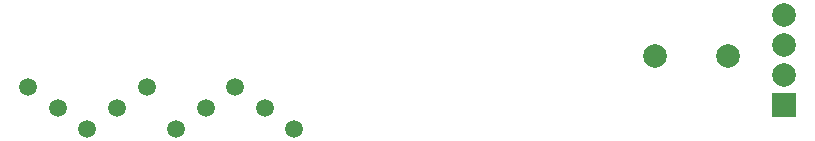
<source format=gbl>
G04 Layer_Physical_Order=2*
G04 Layer_Color=16711680*
%FSLAX42Y42*%
%MOMM*%
G71*
G01*
G75*
%ADD18C,2.00*%
%ADD19C,1.52*%
%ADD20R,2.00X2.00*%
D18*
X9676Y887D02*
D03*
X10301D02*
D03*
X10776Y983D02*
D03*
Y729D02*
D03*
Y1237D02*
D03*
D19*
X6625Y275D02*
D03*
X6375Y450D02*
D03*
X4375Y625D02*
D03*
X4625Y450D02*
D03*
X4875Y275D02*
D03*
X5125Y450D02*
D03*
X5375Y625D02*
D03*
X5625Y275D02*
D03*
X5875Y450D02*
D03*
X6125Y625D02*
D03*
D20*
X10776Y475D02*
D03*
M02*

</source>
